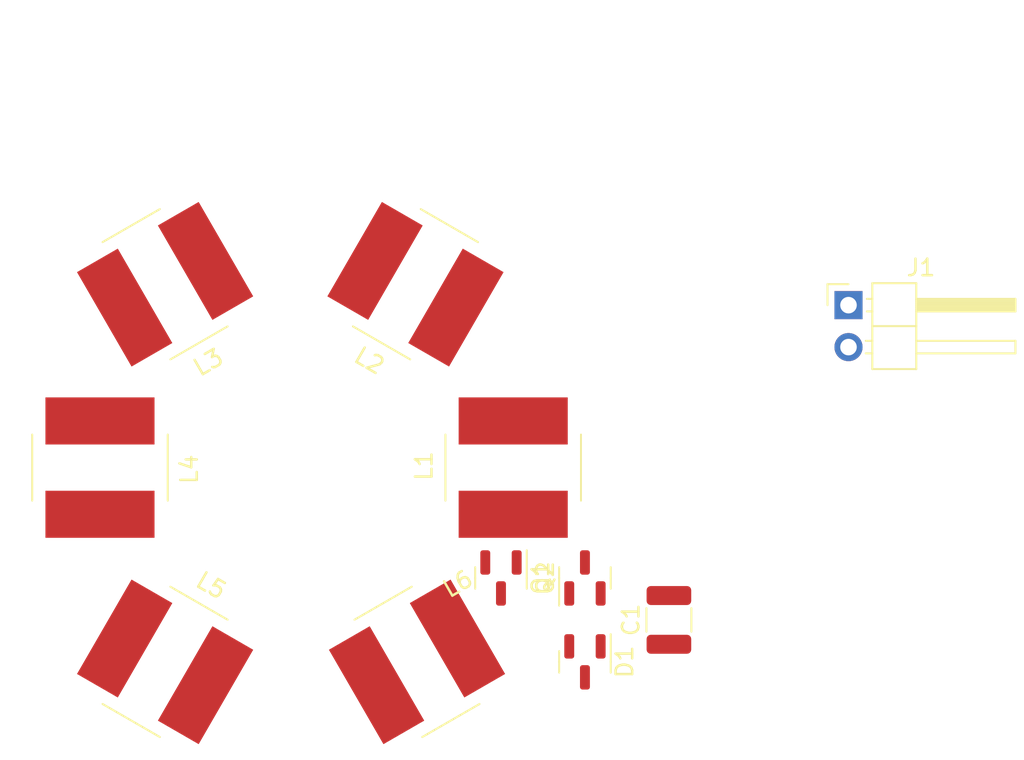
<source format=kicad_pcb>
(kicad_pcb (version 20221018) (generator pcbnew)
  (layers (0 "F.Cu" signal) (31 "B.Cu" signal) (34 "B.Paste" user) (35 "F.Paste" user) (36 "B.SilkS" user "B.Silkscreen") (37 "F.SilkS" user "F.Silkscreen") (38 "B.Mask" user) (39 "F.Mask" user) (44 "Edge.Cuts" user))
  (net 0 "")
  (net 1 "Net-(J1-Pin_1)")
  (net 2 "GND")
  (net 3 "Net-(Q1-D)")
  (net 4 "Net-(Q1-G)")
  (net 5 "Net-(L1-Pad2)")
  (net 6 "Net-(L2-Pad2)")
  (net 7 "Net-(L3-Pad2)")
  (net 8 "Net-(L4-Pad2)")
  (net 9 "Net-(L5-Pad2)")
  (footprint "Inductor_SMD:L_Bourns_SRN8040TA" (layer "F.Cu") (at 112.5 100 90)
    (fp_text reference "L1" (at 0.1 -5.4 90) (layer "F.SilkS"))
    (fp_text value "L")
    (fp_line (start 2 -4.1) (end -2 -4.1) (stroke (width 0.12)) (layer "F.SilkS"))
    (fp_line (start 2 4.1) (end -2 4.1) (stroke (width 0.12)) (layer "F.SilkS"))
    (pad "1" smd rect (at -2.825 0) (size 6.6 2.85) (layers "F.Cu" "F.Paste" "F.Mask") (net 4 "Net-(Q1-G)"))
    (pad "2" smd rect (at 2.825 0) (size 6.6 2.85) (layers "F.Cu" "F.Paste" "F.Mask") (net 5 "Net-(L1-Pad2)"))
  )
  (footprint "Inductor_SMD:L_Bourns_SRN8040TA" (layer "F.Cu") (at 106.586522 88.9 150)
    (fp_text reference "L2" (at 0.1 -5.4 150) (layer "F.SilkS"))
    (fp_text value "L")
    (fp_line (start 2 -4.1) (end -2 -4.1) (stroke (width 0.12)) (layer "F.SilkS"))
    (fp_line (start 2 4.1) (end -2 4.1) (stroke (width 0.12)) (layer "F.SilkS"))
    (pad "1" smd rect (at -2.825 0 60) (size 6.6 2.85) (layers "F.Cu" "F.Paste" "F.Mask") (net 5 "Net-(L1-Pad2)"))
    (pad "2" smd rect (at 2.825 0 60) (size 6.6 2.85) (layers "F.Cu" "F.Paste" "F.Mask") (net 6 "Net-(L2-Pad2)"))
  )
  (footprint "Package_TO_SOT_SMD:SOT-23" (layer "F.Cu") (at 116.84 111.76 -90)
    (fp_text reference "D1" (at 0 -2.4 90) (layer "F.SilkS"))
    (fp_text value "BAT54C")
    (fp_line (start 0 -1.56) (end -1.675 -1.56) (stroke (width 0.12)) (layer "F.SilkS"))
    (fp_line (start 0 -1.56) (end 0.65 -1.56) (stroke (width 0.12)) (layer "F.SilkS"))
    (fp_line (start 0 1.56) (end -0.65 1.56) (stroke (width 0.12)) (layer "F.SilkS"))
    (fp_line (start 0 1.56) (end 0.65 1.56) (stroke (width 0.12)) (layer "F.SilkS"))
    (pad "1" smd roundrect (at -0.9375 -0.95 270) (size 1.475 0.6) (layers "F.Cu" "F.Paste" "F.Mask") (net 4 "Net-(Q1-G)"))
    (pad "2" smd roundrect (at -0.9375 0.95 270) (size 1.475 0.6) (layers "F.Cu" "F.Paste" "F.Mask") (net 3 "Net-(Q1-D)"))
    (pad "3" smd roundrect (at 0.9375 0 270) (size 1.475 0.6) (layers "F.Cu" "F.Paste" "F.Mask") (net 1 "Net-(J1-Pin_1)"))
  )
  (footprint "Inductor_SMD:L_Bourns_SRN8040TA" (layer "F.Cu") (at 91.44 111.76 -30)
    (fp_text reference "L5" (at 0.1 -5.4 150) (layer "F.SilkS"))
    (fp_text value "L")
    (fp_line (start 2 -4.1) (end -2 -4.1) (stroke (width 0.12)) (layer "F.SilkS"))
    (fp_line (start 2 4.1) (end -2 4.1) (stroke (width 0.12)) (layer "F.SilkS"))
    (pad "1" smd rect (at -2.825 0 240) (size 6.6 2.85) (layers "F.Cu" "F.Paste" "F.Mask") (net 8 "Net-(L4-Pad2)"))
    (pad "2" smd rect (at 2.825 0 240) (size 6.6 2.85) (layers "F.Cu" "F.Paste" "F.Mask") (net 9 "Net-(L5-Pad2)"))
  )
  (footprint "Inductor_SMD:L_Bourns_SRN8040TA" (layer "F.Cu") (at 91.44 88.9 -150)
    (fp_text reference "L3" (at 0.1 -5.4 30) (layer "F.SilkS"))
    (fp_text value "L")
    (fp_line (start 2 -4.1) (end -2 -4.1) (stroke (width 0.12)) (layer "F.SilkS"))
    (fp_line (start 2 4.1) (end -2 4.1) (stroke (width 0.12)) (layer "F.SilkS"))
    (pad "1" smd rect (at -2.825 0 120) (size 6.6 2.85) (layers "F.Cu" "F.Paste" "F.Mask") (net 6 "Net-(L2-Pad2)"))
    (pad "2" smd rect (at 2.825 0 120) (size 6.6 2.85) (layers "F.Cu" "F.Paste" "F.Mask") (net 7 "Net-(L3-Pad2)"))
  )
  (footprint "Connector_PinHeader_2.54mm:PinHeader_1x02_P2.54mm_Horizontal" (layer "F.Cu") (at 132.785 90.165)
    (fp_text reference "J1" (at 4.385 -2.27) (layer "F.SilkS"))
    (fp_text value "Conn_01x02_Pin")
    (fp_line (start -1.27 -1.27) (end 0 -1.27) (stroke (width 0.12)) (layer "F.SilkS"))
    (fp_line (start -1.27 0) (end -1.27 -1.27) (stroke (width 0.12)) (layer "F.SilkS"))
    (fp_line (start 1.042929 2.16) (end 1.44 2.16) (stroke (width 0.12)) (layer "F.SilkS"))
    (fp_line (start 1.042929 2.92) (end 1.44 2.92) (stroke (width 0.12)) (layer "F.SilkS"))
    (fp_line (start 1.11 -0.38) (end 1.44 -0.38) (stroke (width 0.12)) (layer "F.SilkS"))
    (fp_line (start 1.11 0.38) (end 1.44 0.38) (stroke (width 0.12)) (layer "F.SilkS"))
    (fp_line (start 1.44 -1.33) (end 1.44 3.87) (stroke (width 0.12)) (layer "F.SilkS"))
    (fp_line (start 1.44 1.27) (end 4.1 1.27) (stroke (width 0.12)) (layer "F.SilkS"))
    (fp_line (start 1.44 3.87) (end 4.1 3.87) (stroke (width 0.12)) (layer "F.SilkS"))
    (fp_line (start 4.1 -1.33) (end 1.44 -1.33) (stroke (width 0.12)) (layer "F.SilkS"))
    (fp_line (start 4.1 -0.38) (end 10.1 -0.38) (stroke (width 0.12)) (layer "F.SilkS"))
    (fp_line (start 4.1 -0.32) (end 10.1 -0.32) (stroke (width 0.12)) (layer "F.SilkS"))
    (fp_line (start 4.1 -0.2) (end 10.1 -0.2) (stroke (width 0.12)) (layer "F.SilkS"))
    (fp_line (start 4.1 -0.08) (end 10.1 -0.08) (stroke (width 0.12)) (layer "F.SilkS"))
    (fp_line (start 4.1 0.04) (end 10.1 0.04) (stroke (width 0.12)) (layer "F.SilkS"))
    (fp_line (start 4.1 0.16) (end 10.1 0.16) (stroke (width 0.12)) (layer "F.SilkS"))
    (fp_line (start 4.1 0.28) (end 10.1 0.28) (stroke (width 0.12)) (layer "F.SilkS"))
    (fp_line (start 4.1 2.16) (end 10.1 2.16) (stroke (width 0.12)) (layer "F.SilkS"))
    (fp_line (start 4.1 3.87) (end 4.1 -1.33) (stroke (width 0.12)) (layer "F.SilkS"))
    (fp_line (start 10.1 -0.38) (end 10.1 0.38) (stroke (width 0.12)) (layer "F.SilkS"))
    (fp_line (start 10.1 0.38) (end 4.1 0.38) (stroke (width 0.12)) (layer "F.SilkS"))
    (fp_line (start 10.1 2.16) (end 10.1 2.92) (stroke (width 0.12)) (layer "F.SilkS"))
    (fp_line (start 10.1 2.92) (end 4.1 2.92) (stroke (width 0.12)) (layer "F.SilkS"))
    (pad "1" thru_hole rect (at 0 0) (size 1.7 1.7) (drill 1) (layers "*.Cu" "*.Mask") (net 1 "Net-(J1-Pin_1)"))
    (pad "2" thru_hole oval (at 0 2.54) (size 1.7 1.7) (drill 1) (layers "*.Cu" "*.Mask") (net 2 "GND"))
  )
  (footprint "Capacitor_SMD:C_1210_3225Metric" (layer "F.Cu") (at 121.92 109.22 90)
    (fp_text reference "C1" (at 0 -2.3 90) (layer "F.SilkS"))
    (fp_text value "C")
    (fp_line (start -0.711252 -1.36) (end 0.711252 -1.36) (stroke (width 0.12)) (layer "F.SilkS"))
    (fp_line (start -0.711252 1.36) (end 0.711252 1.36) (stroke (width 0.12)) (layer "F.SilkS"))
    (pad "1" smd roundrect (at -1.475 0 90) (size 1.15 2.7) (layers "F.Cu" "F.Paste" "F.Mask") (roundrect_rratio 0.217391) (net 1 "Net-(J1-Pin_1)"))
    (pad "2" smd roundrect (at 1.475 0 90) (size 1.15 2.7) (layers "F.Cu" "F.Paste" "F.Mask") (roundrect_rratio 0.217391) (net 2 "GND"))
  )
  (footprint "Package_TO_SOT_SMD:SOT-23" (layer "F.Cu") (at 111.76 106.68 -90)
    (fp_text reference "Q1" (at 0 -2.4 90) (layer "F.SilkS"))
    (fp_text value "IRLML0030")
    (fp_line (start 0 -1.56) (end -1.675 -1.56) (stroke (width 0.12)) (layer "F.SilkS"))
    (fp_line (start 0 -1.56) (end 0.65 -1.56) (stroke (width 0.12)) (layer "F.SilkS"))
    (fp_line (start 0 1.56) (end -0.65 1.56) (stroke (width 0.12)) (layer "F.SilkS"))
    (fp_line (start 0 1.56) (end 0.65 1.56) (stroke (width 0.12)) (layer "F.SilkS"))
    (pad "1" smd roundrect (at -0.9375 -0.95 270) (size 1.475 0.6) (layers "F.Cu" "F.Paste" "F.Mask") (net 4 "Net-(Q1-G)"))
    (pad "2" smd roundrect (at -0.9375 0.95 270) (size 1.475 0.6) (layers "F.Cu" "F.Paste" "F.Mask") (net 2 "GND"))
    (pad "3" smd roundrect (at 0.9375 0 270) (size 1.475 0.6) (layers "F.Cu" "F.Paste" "F.Mask") (net 3 "Net-(Q1-D)"))
  )
  (footprint "Inductor_SMD:L_Bourns_SRN8040TA" (layer "F.Cu") (at 87.5 100 -90)
    (fp_text reference "L4" (at 0.1 -5.4 90) (layer "F.SilkS"))
    (fp_text value "L")
    (fp_line (start 2 -4.1) (end -2 -4.1) (stroke (width 0.12)) (layer "F.SilkS"))
    (fp_line (start 2 4.1) (end -2 4.1) (stroke (width 0.12)) (layer "F.SilkS"))
    (pad "1" smd rect (at -2.825 0 180) (size 6.6 2.85) (layers "F.Cu" "F.Paste" "F.Mask") (net 7 "Net-(L3-Pad2)"))
    (pad "2" smd rect (at 2.825 0 180) (size 6.6 2.85) (layers "F.Cu" "F.Paste" "F.Mask") (net 8 "Net-(L4-Pad2)"))
  )
  (footprint "Inductor_SMD:L_Bourns_SRN8040TA" (layer "F.Cu") (at 106.68 111.76 30)
    (fp_text reference "L6" (at 4.499409 -2.86 30) (layer "F.SilkS"))
    (fp_text value "L")
    (fp_line (start 2 -4.1) (end -2 -4.1) (stroke (width 0.12)) (layer "F.SilkS"))
    (fp_line (start 2 4.1) (end -2 4.1) (stroke (width 0.12)) (layer "F.SilkS"))
    (pad "1" smd rect (at -2.825 0 300) (size 6.6 2.85) (layers "F.Cu" "F.Paste" "F.Mask") (net 9 "Net-(L5-Pad2)"))
    (pad "2" smd rect (at 2.825 0 300) (size 6.6 2.85) (layers "F.Cu" "F.Paste" "F.Mask") (net 3 "Net-(Q1-D)"))
  )
  (footprint "Package_TO_SOT_SMD:SOT-23" (layer "F.Cu") (at 116.84 106.68 90)
    (fp_text reference "Q2" (at 0 -2.4 90) (layer "F.SilkS"))
    (fp_text value "IRLML0030")
    (fp_line (start 0 -1.56) (end -1.675 -1.56) (stroke (width 0.12)) (layer "F.SilkS"))
    (fp_line (start 0 -1.56) (end 0.65 -1.56) (stroke (width 0.12)) (layer "F.SilkS"))
    (fp_line (start 0 1.56) (end -0.65 1.56) (stroke (width 0.12)) (layer "F.SilkS"))
    (fp_line (start 0 1.56) (end 0.65 1.56) (stroke (width 0.12)) (layer "F.SilkS"))
    (pad "1" smd roundrect (at -0.9375 -0.95 90) (size 1.475 0.6) (layers "F.Cu" "F.Paste" "F.Mask") (net 3 "Net-(Q1-D)"))
    (pad "2" smd roundrect (at -0.9375 0.95 90) (size 1.475 0.6) (layers "F.Cu" "F.Paste" "F.Mask") (net 2 "GND"))
    (pad "3" smd roundrect (at 0.9375 0 90) (size 1.475 0.6) (layers "F.Cu" "F.Paste" "F.Mask") (net 4 "Net-(Q1-G)"))
  )
)
</source>
